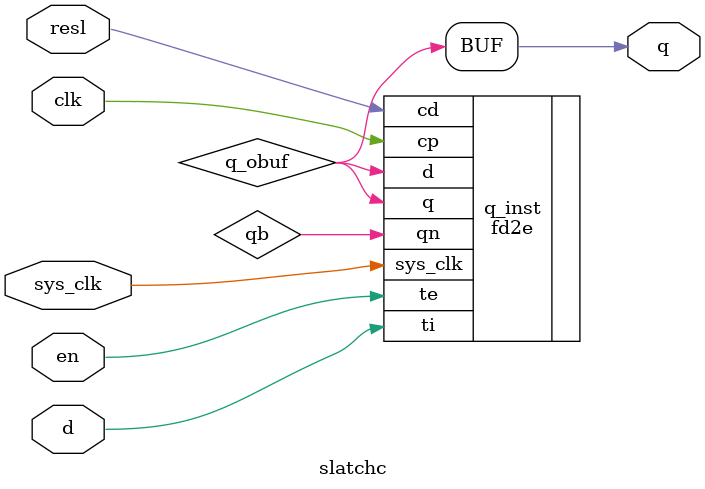
<source format=v>
/* verilator lint_off LITENDIAN */
`include "defs.v"

module slatchc
(
	output q,
	input d,
	input clk,
	input en,
	input resl,
	input sys_clk // Generated
);
wire qb;

// Output buffers
wire q_obuf;


// Output buffers
assign q = q_obuf;


// LEGO.NET (38) - q : fd2e
fd2e q_inst
(
	.q /* OUT */ (q_obuf),
	.qn /* OUT */ (qb),
	.d /* IN */ (q_obuf),
	.cp /* IN */ (clk),
	.cd /* IN */ (resl),
	.ti /* IN */ (d),
	.te /* IN */ (en),
	.sys_clk(sys_clk) // Generated
);

// LEGO.NET (39) - dummy : dummy
endmodule
/* verilator lint_on LITENDIAN */

</source>
